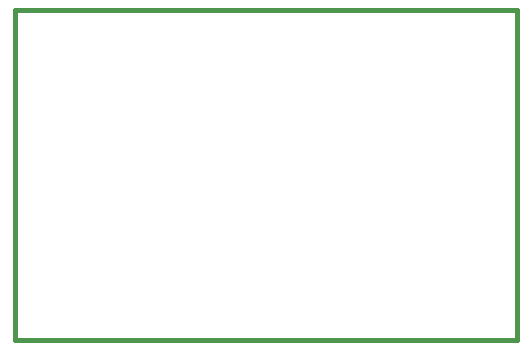
<source format=gbr>
G04 (created by PCBNEW-RS274X (2012-01-19 BZR 3256)-stable) date 1/3/2013 12:28:32 AM*
G01*
G70*
G90*
%MOIN*%
G04 Gerber Fmt 3.4, Leading zero omitted, Abs format*
%FSLAX34Y34*%
G04 APERTURE LIST*
%ADD10C,0.005900*%
%ADD11C,0.015000*%
G04 APERTURE END LIST*
G54D10*
G54D11*
X23000Y-21500D02*
X39750Y-21500D01*
X39750Y-21500D02*
X39750Y-32500D01*
X23000Y-32500D02*
X23000Y-21500D01*
X39750Y-32500D02*
X23000Y-32500D01*
M02*

</source>
